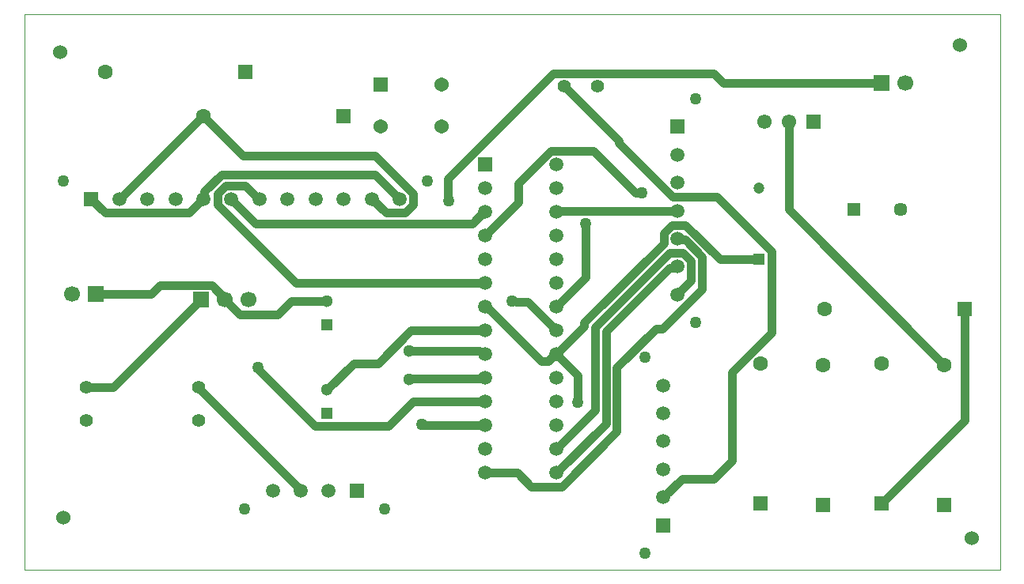
<source format=gbl>
G04*
G04 #@! TF.GenerationSoftware,Altium Limited,Altium Designer,21.2.2 (38)*
G04*
G04 Layer_Physical_Order=2*
G04 Layer_Color=16711680*
%FSLAX25Y25*%
%MOIN*%
G70*
G04*
G04 #@! TF.SameCoordinates,D0C09C63-79EA-4D83-9DA0-2B2549F26A19*
G04*
G04*
G04 #@! TF.FilePolarity,Positive*
G04*
G01*
G75*
%ADD15C,0.00004*%
%ADD16C,0.05709*%
%ADD17R,0.05709X0.05709*%
%ADD34C,0.04724*%
%ADD35R,0.04724X0.04724*%
%ADD38C,0.06063*%
%ADD39R,0.06063X0.06063*%
%ADD40C,0.03543*%
%ADD41R,0.06299X0.06299*%
%ADD42C,0.06299*%
%ADD43R,0.06299X0.06299*%
%ADD44R,0.06693X0.06693*%
%ADD45C,0.06693*%
%ADD46C,0.05984*%
%ADD47C,0.05000*%
%ADD48R,0.05984X0.05984*%
%ADD49R,0.05984X0.05984*%
%ADD50C,0.06000*%
%ADD51C,0.05512*%
%ADD52C,0.05118*%
%ADD53R,0.05118X0.05118*%
%ADD54C,0.05118*%
%ADD55C,0.05906*%
%ADD56R,0.05906X0.05906*%
%ADD57C,0.06102*%
%ADD58R,0.06102X0.06102*%
D15*
X157500Y438500D02*
X568500D01*
Y204000D02*
Y438500D01*
X157500Y204000D02*
X568500D01*
X157500D02*
Y438500D01*
D16*
X526500Y356000D02*
D03*
D17*
X506815D02*
D03*
D34*
X467000Y365012D02*
D03*
D35*
Y334988D02*
D03*
D38*
X333295Y391142D02*
D03*
X307705D02*
D03*
X333295Y408858D02*
D03*
D39*
X307705D02*
D03*
D40*
X479500Y356055D02*
Y393000D01*
Y356055D02*
X545000Y290555D01*
X455500Y250076D02*
Y287402D01*
X426500Y234689D02*
X434427Y242616D01*
X448040D01*
X455500Y250076D01*
X407745Y384037D02*
X430396Y361386D01*
X449247D01*
X472134Y338498D01*
Y304035D02*
Y338498D01*
X407745Y384037D02*
Y385255D01*
X385000Y408000D02*
X407745Y385255D01*
X455500Y287402D02*
X472134Y304035D01*
X442807Y322345D02*
Y336269D01*
X426339Y305876D02*
X442807Y322345D01*
X432500Y320189D02*
Y320409D01*
X434887Y337764D02*
X438264Y334387D01*
X435732Y343344D02*
X442807Y336269D01*
X438264Y326173D02*
Y334387D01*
X432500Y320409D02*
X438264Y326173D01*
X429073Y337764D02*
X434887D01*
X397905Y306596D02*
X429073Y337764D01*
X553527Y267000D02*
Y314000D01*
X518500Y231972D02*
X553527Y267000D01*
X369500Y317000D02*
X381500Y305000D01*
X364500Y317000D02*
X369500D01*
X352139Y315000D02*
X353320Y313819D01*
X353681D02*
X375308Y292192D01*
X378243D01*
X381051Y295000D01*
X381500D01*
X351500Y315000D02*
X352139D01*
X353320Y313819D02*
X353681D01*
X187500Y320500D02*
X210976D01*
X214594Y324118D01*
X236494D01*
X242000Y318613D01*
Y318000D02*
Y318613D01*
X269829Y317500D02*
X285000D01*
X264211Y311882D02*
X269829Y317500D01*
X248131Y311882D02*
X264211D01*
X242013Y318000D02*
X248131Y311882D01*
X242000Y318000D02*
X242013D01*
X238925Y358113D02*
X272038Y325000D01*
X351500D01*
X183500Y281000D02*
X195000D01*
X232000Y318000D01*
X273878Y237500D02*
Y237811D01*
X231000Y280689D02*
X273878Y237811D01*
X231000Y280689D02*
Y281000D01*
X325000Y265500D02*
X325250Y265250D01*
X351250D01*
X255500Y289000D02*
X279831Y264669D01*
X244689Y360500D02*
X254996Y350193D01*
X346054D02*
X350861Y355000D01*
X351500D01*
X254996Y350193D02*
X346054D01*
X279831Y264669D02*
X310911D01*
X321242Y275000D01*
X351500D01*
X285000Y280000D02*
X296272Y291272D01*
X306630D01*
X242302Y366264D02*
X250516D01*
X238925Y362887D02*
X242302Y366264D01*
X351250Y265250D02*
X351500Y265000D01*
Y305000D02*
X351636D01*
X320359D02*
X351500D01*
X306630Y291272D02*
X320359Y305000D01*
X349258Y296602D02*
X350861Y295000D01*
X319500Y296602D02*
X349258D01*
X350861Y295000D02*
X351500D01*
X381500D02*
X390500Y286000D01*
Y274728D02*
Y286000D01*
X381500Y295000D02*
X393362Y306862D01*
X365143Y245000D02*
X370867Y239276D01*
X351500Y245000D02*
X365143D01*
X383871Y239276D02*
X406992Y262396D01*
X370867Y239276D02*
X383871D01*
X319500Y284398D02*
X319801Y284699D01*
X351199D02*
X351500Y285000D01*
X319801Y284699D02*
X351199D01*
X394000Y327500D02*
Y350000D01*
X381500Y315000D02*
X394000Y327500D01*
X432189Y355311D02*
X432500Y355622D01*
X381811Y355311D02*
X432189D01*
X381500Y355000D02*
X381811Y355311D01*
X415000Y363000D02*
X417681D01*
X380202Y413528D02*
X447804D01*
X335728Y369053D02*
X380202Y413528D01*
X335971Y360007D02*
Y365266D01*
X335728Y365510D02*
X335971Y365266D01*
Y360007D02*
X336250Y359728D01*
X335728Y365510D02*
Y369053D01*
X447804Y413528D02*
X451832Y409500D01*
X397276Y380724D02*
X415000Y363000D01*
X379129Y380724D02*
X397276D01*
X365540Y367136D02*
X379129Y380724D01*
X451832Y409500D02*
X518500D01*
X351500Y345000D02*
X365540Y359040D01*
Y367136D01*
X435927Y349575D02*
X450513Y334988D01*
X467000D01*
X426736Y341852D02*
Y346199D01*
X393362Y306862D02*
Y308478D01*
X426736Y341852D01*
Y346199D02*
X430113Y349575D01*
X397905Y271405D02*
Y306596D01*
X402449Y304714D02*
X429268Y331533D01*
X402449Y265949D02*
Y304714D01*
X381500Y255000D02*
X397905Y271405D01*
X430113Y349575D02*
X435927D01*
X423460Y305876D02*
X426339D01*
X432500Y343811D02*
X432967Y343344D01*
X406992Y289408D02*
X423460Y305876D01*
X432967Y343344D02*
X435732D01*
X406992Y262396D02*
Y289408D01*
X381500Y245000D02*
X402449Y265949D01*
X429268Y331533D02*
X432033D01*
X432500Y332000D01*
X232945Y395500D02*
X249515Y378930D01*
X303964Y360500D02*
X309728Y354736D01*
X321319Y358113D02*
Y362887D01*
X305276Y378930D02*
X321319Y362887D01*
X249515Y378930D02*
X305276D01*
X303744Y360500D02*
X303964D01*
X309728Y354736D02*
X317943D01*
X321319Y358113D01*
X240420Y370807D02*
X305248D01*
X315555Y360500D01*
X233345Y363733D02*
X240420Y370807D01*
X250516Y366264D02*
X256280Y360500D01*
X232878D02*
X233345Y360967D01*
X238925Y358113D02*
Y362887D01*
X233345Y360967D02*
Y363733D01*
X256280Y360500D02*
X256500D01*
X232658D02*
X232878D01*
X226894Y354736D02*
X232658Y360500D01*
X191398Y354736D02*
X226894D01*
X185634Y360500D02*
X191398Y354736D01*
X232695Y395500D02*
X232945D01*
X197695Y360500D02*
X232695Y395500D01*
X197445Y360500D02*
X197695D01*
D41*
X553527Y314000D02*
D03*
X292000Y395500D02*
D03*
X250528Y414000D02*
D03*
D42*
X494472Y314000D02*
D03*
X518500Y291028D02*
D03*
X232945Y395500D02*
D03*
X191472Y414000D02*
D03*
X545000Y290555D02*
D03*
X467500Y291028D02*
D03*
X494000Y290528D02*
D03*
D43*
X518500Y231972D02*
D03*
X545000Y231500D02*
D03*
X467500Y231972D02*
D03*
X494000Y231472D02*
D03*
D44*
X232000Y318000D02*
D03*
X187500Y320500D02*
D03*
X518500Y409500D02*
D03*
D45*
X242000Y318000D02*
D03*
X252000D02*
D03*
X177500Y320500D02*
D03*
X528500Y409500D02*
D03*
D46*
X426500Y258311D02*
D03*
Y234689D02*
D03*
Y246500D02*
D03*
Y270122D02*
D03*
Y281933D02*
D03*
X262067Y237500D02*
D03*
X273878D02*
D03*
X285689D02*
D03*
X315555Y360500D02*
D03*
X303744D02*
D03*
X280122D02*
D03*
X256500D02*
D03*
X244689D02*
D03*
X221067D02*
D03*
X197445D02*
D03*
X209256D02*
D03*
X232878D02*
D03*
X268311D02*
D03*
X291933D02*
D03*
X432500Y343811D02*
D03*
Y367433D02*
D03*
Y379244D02*
D03*
Y355622D02*
D03*
Y332000D02*
D03*
Y320189D02*
D03*
D47*
X418784Y211067D02*
D03*
Y293744D02*
D03*
X250256Y229784D02*
D03*
X309311D02*
D03*
X173823Y368216D02*
D03*
X327366D02*
D03*
X440216Y308378D02*
D03*
Y402866D02*
D03*
X363000Y317500D02*
D03*
X325000Y265500D02*
D03*
X256000Y289500D02*
D03*
X390500Y274728D02*
D03*
X394000Y350000D02*
D03*
X417681Y363000D02*
D03*
X336250Y359728D02*
D03*
D48*
X426500Y222878D02*
D03*
X432500Y391055D02*
D03*
D49*
X297500Y237500D02*
D03*
X185634Y360500D02*
D03*
D50*
X174000Y226000D02*
D03*
X556500Y217500D02*
D03*
X551500Y425500D02*
D03*
X172500Y422500D02*
D03*
D51*
X385000Y408000D02*
D03*
X398780D02*
D03*
X231000Y267220D02*
D03*
Y281000D02*
D03*
X183500Y267220D02*
D03*
Y281000D02*
D03*
D52*
X319500Y284398D02*
D03*
Y296602D02*
D03*
D53*
X285000Y307500D02*
D03*
Y270000D02*
D03*
D54*
Y317500D02*
D03*
Y280000D02*
D03*
D55*
X381500Y245000D02*
D03*
Y255000D02*
D03*
Y265000D02*
D03*
Y275000D02*
D03*
Y285000D02*
D03*
Y295000D02*
D03*
Y305000D02*
D03*
Y315000D02*
D03*
Y325000D02*
D03*
Y335000D02*
D03*
Y345000D02*
D03*
Y355000D02*
D03*
Y365000D02*
D03*
Y375000D02*
D03*
X351500Y245000D02*
D03*
Y255000D02*
D03*
Y265000D02*
D03*
Y275000D02*
D03*
Y285000D02*
D03*
Y295000D02*
D03*
Y305000D02*
D03*
Y315000D02*
D03*
Y325000D02*
D03*
Y335000D02*
D03*
Y345000D02*
D03*
Y355000D02*
D03*
Y365000D02*
D03*
D56*
Y375000D02*
D03*
D57*
X469264Y393000D02*
D03*
X479500D02*
D03*
D58*
X489736D02*
D03*
M02*

</source>
